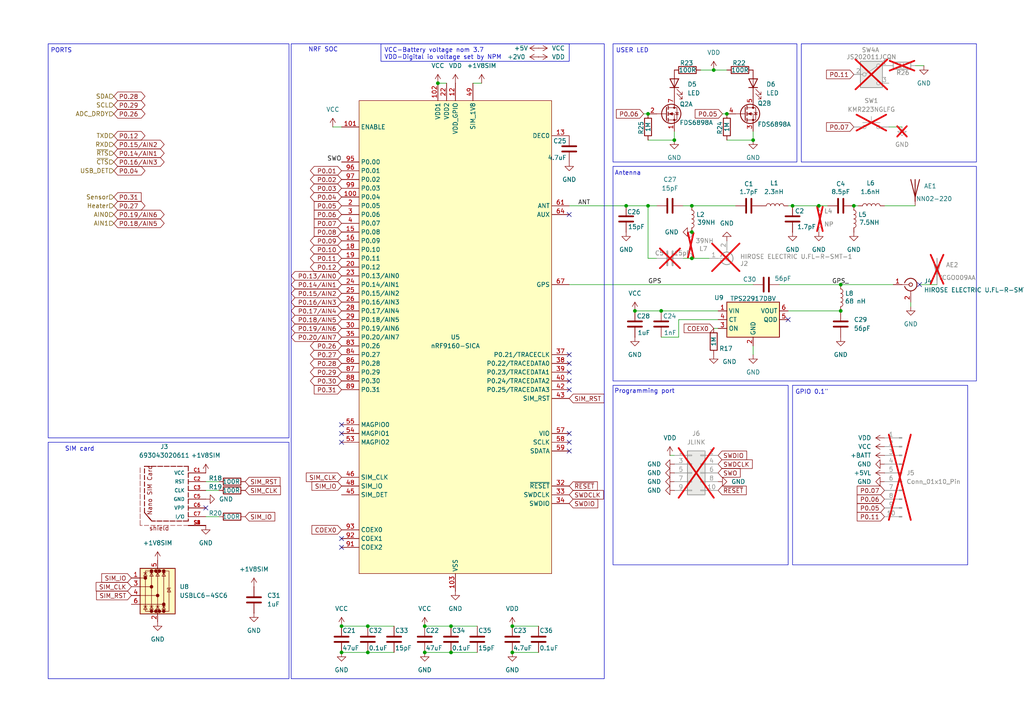
<source format=kicad_sch>
(kicad_sch (version 20231120) (generator "eeschema") (generator_version "8.0")
  (paper "A4")
  (junction (at 247.65 59.69))
  (junction (at 123.19 189.23))
  (junction (at 237.49 59.69))
  (junction (at 99.06 181.61))
  (junction (at 99.06 189.23))
  (junction (at 187.96 33.02))
  (junction (at 200.66 74.93))
  (junction (at 243.84 82.55))
  (junction (at 130.81 189.23))
  (junction (at 106.68 189.23))
  (junction (at 184.15 90.17))
  (junction (at 218.44 40.64))
  (junction (at 123.19 181.61))
  (junction (at 195.58 40.64))
  (junction (at 200.66 59.69))
  (junction (at 148.59 189.23))
  (junction (at 127 24.13))
  (junction (at 243.84 90.17))
  (junction (at 130.81 181.61))
  (junction (at 187.96 59.69))
  (junction (at 200.66 67.31))
  (junction (at 106.68 181.61))
  (junction (at 229.87 59.69))
  (junction (at 210.82 33.02))
  (junction (at 207.01 20.32))
  (junction (at 181.61 59.69))
  (junction (at 191.77 90.17))
  (junction (at 148.59 181.61))
  (no_connect (at 165.1 125.73))
  (no_connect (at 99.06 158.75))
  (no_connect (at 165.1 102.87))
  (no_connect (at 99.06 125.73))
  (no_connect (at 165.1 128.27))
  (no_connect (at 165.1 110.49))
  (no_connect (at 99.06 123.19))
  (no_connect (at 228.6 92.71))
  (no_connect (at 99.06 156.21))
  (no_connect (at 99.06 128.27))
  (no_connect (at 165.1 62.23))
  (no_connect (at 59.69 147.32))
  (no_connect (at 165.1 130.81))
  (no_connect (at 165.1 113.03))
  (no_connect (at 266.7 82.55))
  (no_connect (at 165.1 107.95))
  (no_connect (at 165.1 105.41))
  (wire (pts (xy 106.68 181.61) (xy 114.3 181.61)))
  (wire (pts (xy 187.96 40.64) (xy 195.58 40.64)))
  (wire (pts (xy 130.81 189.23) (xy 138.43 189.23)))
  (wire (pts (xy 186.69 33.02) (xy 187.96 33.02)))
  (wire (pts (xy 148.59 189.23) (xy 156.21 189.23)))
  (wire (pts (xy 218.44 100.33) (xy 218.44 102.87)))
  (wire (pts (xy 266.7 82.55) (xy 271.78 82.55)))
  (wire (pts (xy 194.31 132.08) (xy 195.58 132.08)))
  (wire (pts (xy 267.97 19.05) (xy 265.43 19.05)))
  (wire (pts (xy 63.5 139.7) (xy 59.69 139.7)))
  (wire (pts (xy 200.66 59.69) (xy 213.36 59.69)))
  (wire (pts (xy 265.43 59.69) (xy 256.54 59.69)))
  (wire (pts (xy 229.87 59.69) (xy 237.49 59.69)))
  (wire (pts (xy 264.16 87.63) (xy 264.16 88.9)))
  (wire (pts (xy 130.81 181.61) (xy 138.43 181.61)))
  (wire (pts (xy 261.62 36.83) (xy 257.81 36.83)))
  (wire (pts (xy 148.59 181.61) (xy 156.21 181.61)))
  (wire (pts (xy 228.6 90.17) (xy 243.84 90.17)))
  (wire (pts (xy 63.5 142.24) (xy 59.69 142.24)))
  (wire (pts (xy 198.12 74.93) (xy 200.66 74.93)))
  (wire (pts (xy 123.19 181.61) (xy 130.81 181.61)))
  (wire (pts (xy 106.68 189.23) (xy 114.3 189.23)))
  (wire (pts (xy 210.82 40.64) (xy 218.44 40.64)))
  (wire (pts (xy 200.66 59.69) (xy 198.12 59.69)))
  (wire (pts (xy 196.85 97.79) (xy 196.85 92.71)))
  (wire (pts (xy 243.84 82.55) (xy 259.08 82.55)))
  (wire (pts (xy 218.44 40.64) (xy 218.44 38.1)))
  (wire (pts (xy 195.58 40.64) (xy 195.58 38.1)))
  (wire (pts (xy 248.92 59.69) (xy 247.65 59.69)))
  (wire (pts (xy 139.7 24.13) (xy 137.16 24.13)))
  (wire (pts (xy 226.06 82.55) (xy 243.84 82.55)))
  (wire (pts (xy 165.1 82.55) (xy 218.44 82.55)))
  (wire (pts (xy 181.61 59.69) (xy 187.96 59.69)))
  (wire (pts (xy 184.15 90.17) (xy 191.77 90.17)))
  (wire (pts (xy 99.06 181.61) (xy 106.68 181.61)))
  (wire (pts (xy 196.85 92.71) (xy 208.28 92.71)))
  (wire (pts (xy 191.77 90.17) (xy 208.28 90.17)))
  (wire (pts (xy 165.1 59.69) (xy 181.61 59.69)))
  (wire (pts (xy 96.52 36.83) (xy 99.06 36.83)))
  (wire (pts (xy 123.19 189.23) (xy 130.81 189.23)))
  (wire (pts (xy 187.96 74.93) (xy 187.96 59.69)))
  (wire (pts (xy 207.01 20.32) (xy 210.82 20.32)))
  (wire (pts (xy 203.2 20.32) (xy 207.01 20.32)))
  (wire (pts (xy 190.5 74.93) (xy 187.96 74.93)))
  (wire (pts (xy 191.77 97.79) (xy 196.85 97.79)))
  (wire (pts (xy 209.55 33.02) (xy 210.82 33.02)))
  (wire (pts (xy 237.49 59.69) (xy 240.03 59.69)))
  (wire (pts (xy 200.66 74.93) (xy 205.74 74.93)))
  (wire (pts (xy 187.96 59.69) (xy 190.5 59.69)))
  (wire (pts (xy 127 24.13) (xy 129.54 24.13)))
  (wire (pts (xy 63.5 149.86) (xy 59.69 149.86)))
  (wire (pts (xy 99.06 189.23) (xy 106.68 189.23)))
  (wire (pts (xy 207.01 95.25) (xy 208.28 95.25)))
  (wire (pts (xy 228.6 59.69) (xy 229.87 59.69)))
  (rectangle (start 13.97 128.27) (end 83.82 196.85))
  (rectangle (start 84.455 12.7) (end 175.26 196.85))
  (rectangle (start 177.8 111.76) (end 228.6 163.83))
  (rectangle (start 229.87 111.76) (end 280.67 163.83))
  (rectangle (start 232.41 12.7) (end 283.21 46.99))
  (rectangle (start 177.8 48.26) (end 283.21 110.49))
  (rectangle (start 13.97 12.7) (end 83.82 127))
  (rectangle (start 177.8 12.7) (end 231.14 46.99))
  (text_box "VCC-Battery voltage nom 3.7\nVDD-Digital io voltage set by NPM" (at 110.49 12.7 0) (size 54.61 5.08) (effects (font (size 1.27 1.27)) (justify left top)))
  (text "Programming port\n" (at 186.944 113.538 0) (effects (font (size 1.27 1.27))))
  (text "NRF SOC" (at 93.726 14.478 0) (effects (font (size 1.27 1.27))))
  (text "USER LED" (at 183.388 14.732 0) (effects (font (size 1.27 1.27))))
  (text "PORTS" (at 17.78 14.732 0) (effects (font (size 1.27 1.27))))
  (text "SIM card" (at 23.114 130.302 0) (effects (font (size 1.27 1.27))))
  (text "Antenna" (at 182.118 50.292 0) (effects (font (size 1.27 1.27))))
  (text "GPIO 0.1\"" (at 235.458 113.792 0) (effects (font (size 1.27 1.27))))
  (label "GPS_" (at 241.3 82.55 0))
  (label "ANT" (at 167.64 59.69 0))
  (label "GPS" (at 187.96 82.55 0))
  (label "SWO" (at 99.06 46.99 180))
  (global_label "P0.01" (shape bidirectional) (at 99.06 49.53 180) (property "Intersheetrefs" "${INTERSHEET_REFS}" (effects (hide yes))))
  (global_label "P0.11" (shape input) (at 256.54 149.86 180) (property "Intersheetrefs" "${INTERSHEET_REFS}" (effects (hide yes))))
  (global_label "P0.07" (shape input) (at 247.65 36.83 180) (property "Intersheetrefs" "${INTERSHEET_REFS}" (effects (hide yes))))
  (global_label "~{RESET}" (shape input) (at 208.28 142.24 0) (property "Intersheetrefs" "${INTERSHEET_REFS}" (effects (hide yes))))
  (global_label "P0.31" (shape input) (at 99.06 113.03 180) (property "Intersheetrefs" "${INTERSHEET_REFS}" (effects (hide yes))))
  (global_label "SIM_RST" (shape input) (at 71.12 139.7 0) (property "Intersheetrefs" "${INTERSHEET_REFS}" (effects (hide yes))))
  (global_label "P0.06" (shape input) (at 256.54 144.78 180) (property "Intersheetrefs" "${INTERSHEET_REFS}" (effects (hide yes))))
  (global_label "P0.06" (shape input) (at 99.06 62.23 180) (property "Intersheetrefs" "${INTERSHEET_REFS}" (effects (hide yes))))
  (global_label "SWDIO" (shape input) (at 165.1 146.05 0) (property "Intersheetrefs" "${INTERSHEET_REFS}" (effects (hide yes))))
  (global_label "P0.10" (shape bidirectional) (at 99.06 72.39 180) (property "Intersheetrefs" "${INTERSHEET_REFS}" (effects (hide yes))))
  (global_label "P0.17/AIN4" (shape bidirectional) (at 99.06 90.17 180) (property "Intersheetrefs" "${INTERSHEET_REFS}" (effects (hide yes))))
  (global_label "P0.11" (shape bidirectional) (at 99.06 74.93 180) (property "Intersheetrefs" "${INTERSHEET_REFS}" (effects (hide yes))))
  (global_label "P0.27" (shape bidirectional) (at 99.06 102.87 180) (property "Intersheetrefs" "${INTERSHEET_REFS}" (effects (hide yes))))
  (global_label "SIM_RST" (shape input) (at 38.1 172.72 180) (property "Intersheetrefs" "${INTERSHEET_REFS}" (effects (hide yes))))
  (global_label "SIM_CLK" (shape input) (at 38.1 170.18 180) (property "Intersheetrefs" "${INTERSHEET_REFS}" (effects (hide yes))))
  (global_label "P0.07" (shape input) (at 256.54 142.24 180) (property "Intersheetrefs" "${INTERSHEET_REFS}" (effects (hide yes))))
  (global_label "P0.18/AIN5" (shape bidirectional) (at 99.06 92.71 180) (property "Intersheetrefs" "${INTERSHEET_REFS}" (effects (hide yes))))
  (global_label "P0.02" (shape bidirectional) (at 99.06 52.07 180) (property "Intersheetrefs" "${INTERSHEET_REFS}" (effects (hide yes))))
  (global_label "P0.13/AIN0" (shape bidirectional) (at 99.06 80.01 180) (property "Intersheetrefs" "${INTERSHEET_REFS}" (effects (hide yes))))
  (global_label "P0.28" (shape bidirectional) (at 33.02 27.94 0) (property "Intersheetrefs" "${INTERSHEET_REFS}" (effects (hide yes))))
  (global_label "P0.15/AIN2" (shape bidirectional) (at 33.02 41.91 0) (property "Intersheetrefs" "${INTERSHEET_REFS}" (effects (hide yes))))
  (global_label "P0.08" (shape input) (at 99.06 67.31 180) (property "Intersheetrefs" "${INTERSHEET_REFS}" (effects (hide yes))))
  (global_label "SIM_IO" (shape input) (at 38.1 167.64 180) (property "Intersheetrefs" "${INTERSHEET_REFS}" (effects (hide yes))))
  (global_label "P0.04" (shape bidirectional) (at 99.06 57.15 180) (property "Intersheetrefs" "${INTERSHEET_REFS}" (effects (hide yes))))
  (global_label "COEX0" (shape input) (at 99.06 153.67 180) (property "Intersheetrefs" "${INTERSHEET_REFS}" (effects (hide yes))))
  (global_label "P0.05" (shape input) (at 209.55 33.02 180) (property "Intersheetrefs" "${INTERSHEET_REFS}" (effects (hide yes))))
  (global_label "P0.15/AIN2" (shape bidirectional) (at 99.06 85.09 180) (property "Intersheetrefs" "${INTERSHEET_REFS}" (effects (hide yes))))
  (global_label "P0.14/AIN1" (shape bidirectional) (at 99.06 82.55 180) (property "Intersheetrefs" "${INTERSHEET_REFS}" (effects (hide yes))))
  (global_label "SIM_CLK" (shape input) (at 99.06 138.43 180) (property "Intersheetrefs" "${INTERSHEET_REFS}" (effects (hide yes))))
  (global_label "P0.03" (shape bidirectional) (at 99.06 54.61 180) (property "Intersheetrefs" "${INTERSHEET_REFS}" (effects (hide yes))))
  (global_label "SIM_IO" (shape input) (at 71.12 149.86 0) (property "Intersheetrefs" "${INTERSHEET_REFS}" (effects (hide yes))))
  (global_label "COEX0" (shape input) (at 207.01 95.25 180) (property "Intersheetrefs" "${INTERSHEET_REFS}" (effects (hide yes))))
  (global_label "SIM_IO" (shape input) (at 99.06 140.97 180) (property "Intersheetrefs" "${INTERSHEET_REFS}" (effects (hide yes))))
  (global_label "P0.04" (shape bidirectional) (at 33.02 49.53 0) (property "Intersheetrefs" "${INTERSHEET_REFS}" (effects (hide yes))))
  (global_label "P0.18/AIN5" (shape bidirectional) (at 33.02 64.77 0) (property "Intersheetrefs" "${INTERSHEET_REFS}" (effects (hide yes))))
  (global_label "P0.12" (shape bidirectional) (at 99.06 77.47 180) (property "Intersheetrefs" "${INTERSHEET_REFS}" (effects (hide yes))))
  (global_label "P0.11" (shape input) (at 247.65 21.59 180) (property "Intersheetrefs" "${INTERSHEET_REFS}" (effects (hide yes))))
  (global_label "P0.27" (shape bidirectional) (at 33.02 59.69 0) (property "Intersheetrefs" "${INTERSHEET_REFS}" (effects (hide yes))))
  (global_label "P0.26" (shape bidirectional) (at 99.06 100.33 180) (property "Intersheetrefs" "${INTERSHEET_REFS}" (effects (hide yes))))
  (global_label "P0.29" (shape bidirectional) (at 99.06 107.95 180) (property "Intersheetrefs" "${INTERSHEET_REFS}" (effects (hide yes))))
  (global_label "P0.12" (shape bidirectional) (at 33.02 39.37 0) (property "Intersheetrefs" "${INTERSHEET_REFS}" (effects (hide yes))))
  (global_label "SWDCLK" (shape input) (at 208.28 134.62 0) (property "Intersheetrefs" "${INTERSHEET_REFS}" (effects (hide yes))))
  (global_label "P0.05" (shape input) (at 99.06 59.69 180) (property "Intersheetrefs" "${INTERSHEET_REFS}" (effects (hide yes))))
  (global_label "P0.14/AIN1" (shape bidirectional) (at 33.02 44.45 0) (property "Intersheetrefs" "${INTERSHEET_REFS}" (effects (hide yes))))
  (global_label "SWDCLK" (shape input) (at 165.1 143.51 0) (property "Intersheetrefs" "${INTERSHEET_REFS}" (effects (hide yes))))
  (global_label "P0.31" (shape input) (at 33.02 57.15 0) (property "Intersheetrefs" "${INTERSHEET_REFS}" (effects (hide yes))))
  (global_label "P0.05" (shape input) (at 256.54 147.32 180) (property "Intersheetrefs" "${INTERSHEET_REFS}" (effects (hide yes))))
  (global_label "P0.09" (shape bidirectional) (at 99.06 69.85 180) (property "Intersheetrefs" "${INTERSHEET_REFS}" (effects (hide yes))))
  (global_label "P0.16/AIN3" (shape bidirectional) (at 33.02 46.99 0) (property "Intersheetrefs" "${INTERSHEET_REFS}" (effects (hide yes))))
  (global_label "P0.29" (shape bidirectional) (at 33.02 30.48 0) (property "Intersheetrefs" "${INTERSHEET_REFS}" (effects (hide yes))))
  (global_label "SIM_CLK" (shape input) (at 71.12 142.24 0) (property "Intersheetrefs" "${INTERSHEET_REFS}" (effects (hide yes))))
  (global_label "P0.30" (shape bidirectional) (at 99.06 110.49 180) (property "Intersheetrefs" "${INTERSHEET_REFS}" (effects (hide yes))))
  (global_label "P0.06" (shape input) (at 186.69 33.02 180) (property "Intersheetrefs" "${INTERSHEET_REFS}" (effects (hide yes))))
  (global_label "~{RESET}" (shape input) (at 165.1 140.97 0) (property "Intersheetrefs" "${INTERSHEET_REFS}" (effects (hide yes))))
  (global_label "SIM_RST" (shape input) (at 165.1 115.57 0) (property "Intersheetrefs" "${INTERSHEET_REFS}" (effects (hide yes))))
  (global_label "P0.19/AIN6" (shape bidirectional) (at 99.06 95.25 180) (property "Intersheetrefs" "${INTERSHEET_REFS}" (effects (hide yes))))
  (global_label "P0.28" (shape bidirectional) (at 99.06 105.41 180) (property "Intersheetrefs" "${INTERSHEET_REFS}" (effects (hide yes))))
  (global_label "SWO" (shape input) (at 208.28 137.16 0) (property "Intersheetrefs" "${INTERSHEET_REFS}" (effects (hide yes))))
  (global_label "P0.19/AIN6" (shape bidirectional) (at 33.02 62.23 0) (property "Intersheetrefs" "${INTERSHEET_REFS}" (effects (hide yes))))
  (global_label "P0.07" (shape input) (at 99.06 64.77 180) (property "Intersheetrefs" "${INTERSHEET_REFS}" (effects (hide yes))))
  (global_label "P0.26" (shape bidirectional) (at 33.02 33.02 0) (property "Intersheetrefs" "${INTERSHEET_REFS}" (effects (hide yes))))
  (global_label "P0.20/AIN7" (shape bidirectional) (at 99.06 97.79 180) (property "Intersheetrefs" "${INTERSHEET_REFS}" (effects (hide yes))))
  (global_label "P0.16/AIN3" (shape bidirectional) (at 99.06 87.63 180) (property "Intersheetrefs" "${INTERSHEET_REFS}" (effects (hide yes))))
  (global_label "SWDIO" (shape input) (at 208.28 132.08 0) (property "Intersheetrefs" "${INTERSHEET_REFS}" (effects (hide yes))))
  (hierarchical_label "~{RTS}" (shape input) (at 33.02 44.45 180))
  (hierarchical_label "Heater" (shape input) (at 33.02 59.69 180))
  (hierarchical_label "SDA" (shape input) (at 33.02 27.94 180))
  (hierarchical_label "ADC_DRDY" (shape input) (at 33.02 33.02 180))
  (hierarchical_label "SCL" (shape input) (at 33.02 30.48 180))
  (hierarchical_label "~{CTS}" (shape input) (at 33.02 46.99 180))
  (hierarchical_label "AIN0" (shape input) (at 33.02 62.23 180))
  (hierarchical_label "USB_DET" (shape input) (at 33.02 49.53 180))
  (hierarchical_label "RXD" (shape input) (at 33.02 41.91 180))
  (hierarchical_label "Sensor" (shape input) (at 33.02 57.15 180))
  (hierarchical_label "AIN1" (shape input) (at 33.02 64.77 180))
  (hierarchical_label "TXD" (shape input) (at 33.02 39.37 180))
  (symbol (lib_id "power:VDD") (at 148.59 181.61 0) (unit 1)
    (property "Reference" "#PWR023" (effects (hide yes)))
    (property "Value" "VDD" (at 148.59 176.53 0))
    (property "Description" "Power symbol creates a global label with name \"VDD\"" (effects (hide yes)))
  )
  (symbol (lib_id "Device:C") (at 99.06 185.42 0) (unit 1)
    (property "Reference" "C21" (at 99.314 182.88 0) (effects (justify left)))
    (property "Value" "47uF" (at 99.314 187.96 0) (effects (justify left)))
    (property "Footprint" "Capacitor_SMD:C_0805_2012Metric" (effects (hide yes)))
    (property "Description" "Unpolarized capacitor" (effects (hide yes)))
  )
  (symbol (lib_id "Device:C") (at 165.1 43.18 0) (mirror y) (unit 1)
    (property "Reference" "C25" (at 164.338 40.894 0) (effects (justify left)))
    (property "Value" "4.7uF" (at 164.338 45.72 0) (effects (justify left)))
    (property "Footprint" "Capacitor_SMD:C_0603_1608Metric" (effects (hide yes)))
    (property "Description" "Unpolarized capacitor" (effects (hide yes)))
  )
  (symbol (lib_id "Transistor_FET:DMG9926USD") (at 215.9 33.02 0) (unit 2)
    (property "Reference" "Q2" (at 219.71 29.972 0) (effects (justify left)))
    (property "Value" "FDS6898A" (at 219.71 36.068 0) (effects (justify left)))
    (property "Footprint" "Package_SO:SOIC-8_3.9x4.9mm_P1.27mm" (effects (hide yes)))
    (property "Datasheet" "https://www.onsemi.com/pub/Collateral/FDS6892A-D.pdf" (effects (hide yes)))
    (property "Description" "9.4A Id, 20V Vds, Dual N-Channel MOSFET , 14mOhm Ron, SO-8" (effects (hide yes)))
    (property "MPN" "FDS6898A" (effects (hide yes)))
  )
  (symbol (lib_id "power:GND") (at 195.58 137.16 270) (unit 1)
    (property "Reference" "#PWR0100" (effects (hide yes)))
    (property "Value" "GND" (at 191.77 137.1599 90) (effects (justify right)))
    (property "Description" "Power symbol creates a global label with name \"GND\" , ground" (effects (hide yes)))
  )
  (symbol (lib_id "Device:C") (at 114.3 185.42 0) (unit 1)
    (property "Reference" "C33" (at 114.554 182.88 0) (effects (justify left)))
    (property "Value" "15pF" (at 114.554 187.96 0) (effects (justify left)))
    (property "Footprint" "Methanesense:C_0402_1005Metric_Sqr" (effects (hide yes)))
    (property "Description" "RF" (effects (hide yes)))
    (property "MPN" "VJ0402D150FXCAJ" (effects (hide yes)))
  )
  (symbol (lib_id "Device:L") (at 224.79 59.69 90) (unit 1)
    (property "Reference" "L1" (at 225.806 53.086 90) (effects (justify left)))
    (property "Value" "2.3nH" (at 227.33 55.626 90) (effects (justify left)))
    (property "Footprint" "Methanesense:L_0603_1608Metric" (effects (hide yes)))
    (property "Description" "LQW15AN2N3G80" (effects (hide yes)))
    (property "MPN" "LQW15AN2N3G80" (effects (hide yes)))
  )
  (symbol (lib_id "Power_Management:TPS22917DBV") (at 218.44 92.71 0) (unit 1)
    (property "Reference" "U9" (at 208.534 86.36 0))
    (property "Value" "TPS22917DBV" (at 218.44 86.614 0))
    (property "Footprint" "Package_TO_SOT_SMD:SOT-23-6" (effects (hide yes)))
    (property "Datasheet" "http://www.ti.com/lit/ds/symlink/tps22917.pdf" (effects (hide yes)))
    (property "Description" "1V to 5.5V, 2A, 80mΩ Ultra-Low Leakage Load Switch, SOT23-6" (effects (hide yes)))
    (property "MPN" "TPS22917DBVR" (effects (hide yes)))
  )
  (symbol (lib_id "power:+1V8") (at 139.7 24.13 0) (unit 1)
    (property "Reference" "#PWR054" (effects (hide yes)))
    (property "Value" "+1V8SIM" (at 139.7 19.05 0))
    (property "Description" "Power symbol creates a global label with name \"+1V8\"" (effects (hide yes)))
  )
  (symbol (lib_id "power:VCC") (at 184.15 90.17 0) (unit 1)
    (property "Reference" "#PWR049" (effects (hide yes)))
    (property "Value" "VCC" (at 184.15 85.09 0))
    (property "Description" "Power symbol creates a global label with name \"VCC\"" (effects (hide yes)))
  )
  (symbol (lib_id "Library:R") (at 67.31 149.86 90) (unit 1)
    (property "Reference" "R20" (at 62.484 148.844 90))
    (property "Value" "100R" (at 67.056 149.86 90))
    (property "Footprint" "Resistor_SMD:R_0603_1608Metric" (effects (hide yes)))
    (property "Description" "Resistor" (effects (hide yes)))
  )
  (symbol (lib_id "power:GND") (at 123.19 189.23 0) (unit 1)
    (property "Reference" "#PWR060" (effects (hide yes)))
    (property "Value" "GND" (at 123.19 194.31 0))
    (property "Description" "Power symbol creates a global label with name \"GND\" , ground" (effects (hide yes)))
  )
  (symbol (lib_id "Library:R") (at 187.96 36.83 180) (unit 1)
    (property "Reference" "R25" (at 185.928 37.084 90))
    (property "Value" "1M" (at 187.96 36.83 90))
    (property "Footprint" "Resistor_SMD:R_0603_1608Metric" (effects (hide yes)))
    (property "Description" "Resistor" (effects (hide yes)))
  )
  (symbol (lib_id "power:GND") (at 237.49 67.31 0) (unit 1)
    (property "Reference" "#PWR03" (effects (hide yes)))
    (property "Value" "GND" (at 237.49 72.39 0))
    (property "Description" "Power symbol creates a global label with name \"GND\" , ground" (effects (hide yes)))
  )
  (symbol (lib_id "Device:C") (at 222.25 82.55 90) (unit 1)
    (property "Reference" "C30" (at 217.424 81.026 90))
    (property "Value" "56pF" (at 227.076 80.772 90))
    (property "Footprint" "Methanesense:C_0402_1005Metric_Sqr" (effects (hide yes)))
    (property "Description" "RF" (effects (hide yes)))
    (property "MPN" "CBR04C560F1GAC" (effects (hide yes)))
  )
  (symbol (lib_id "Library:R") (at 261.62 19.05 270) (unit 1) (dnp yes)
    (property "Reference" "R26" (at 261.874 21.082 90))
    (property "Value" "1k" (at 261.62 19.05 90))
    (property "Footprint" "Resistor_SMD:R_0603_1608Metric" (effects (hide yes)))
    (property "Description" "Resistor" (effects (hide yes)))
  )
  (symbol (lib_id "power:+1V8") (at 59.69 137.16 0) (unit 1)
    (property "Reference" "#PWR044" (effects (hide yes)))
    (property "Value" "+1V8SIM" (at 59.69 132.08 0))
    (property "Description" "Power symbol creates a global label with name \"+1V8\"" (effects (hide yes)))
  )
  (symbol (lib_id "PCM_nordic-lib-kicad-nrf9:nRF9160-SIXX") (at 132.08 97.79 0) (unit 1)
    (property "Reference" "U5" (at 132.08 97.79 0))
    (property "Value" "nRF9160-SICA" (at 132.08 100.33 0))
    (property "Footprint" "Methanesense:LGA_9160_16.0x10.5mm" (effects (hide yes)))
    (property "Datasheet" "https://docs.nordicsemi.com/bundle/ps_nrf9160/page/nRF9160_html5_keyfeatures.html" (effects (hide yes)))
    (property "MPN" "nRF9160-SICA-B1A-R7" (effects (hide yes)))
  )
  (symbol (lib_id "Connector_Generic:Conn_02x05_Odd_Even") (at 200.66 137.16 0) (unit 1) (dnp yes)
    (property "Reference" "J6" (at 201.93 125.73 0))
    (property "Value" "JLINK" (at 201.93 128.27 0))
    (property "Footprint" "esprelay:SEXY_pinpogo" (effects (hide yes)))
    (property "Description" "Generic connector, double row, 02x05, odd/even pin numbering scheme (row 1 odd numbers, row 2 even numbers), script generated (kicad-library-utils/schlib/autogen/connector/)" (effects (hide yes)))
  )
  (symbol (lib_id "power:GND") (at 264.16 88.9 0) (unit 1)
    (property "Reference" "#PWR068" (effects (hide yes)))
    (property "Value" "GND" (at 264.16 93.98 0))
    (property "Description" "Power symbol creates a global label with name \"GND\" , ground" (effects (hide yes)))
  )
  (symbol (lib_id "Device:L") (at 200.66 71.12 180) (unit 1) (dnp yes)
    (property "Reference" "L7" (at 205.232 72.136 0) (effects (justify left)))
    (property "Value" "39NH" (at 207.01 69.85 0) (effects (justify left)))
    (property "Footprint" "Methanesense:C_0402_1005Metric_Sqr" (effects (hide yes)))
    (property "Description" " 250mA 0.7OHM SMD RF" (effects (hide yes)))
    (property "MPN" "LQW15AN39NJ8ZD" (effects (hide yes)))
  )
  (symbol (lib_id "Device:LED") (at 195.58 24.13 90) (unit 1)
    (property "Reference" "D5" (at 199.39 24.4474 90) (effects (justify right)))
    (property "Value" "LED" (at 199.39 26.9874 90) (effects (justify right)))
    (property "Footprint" "LED_SMD:LED_0603_1608Metric" (effects (hide yes)))
    (property "Description" "Light emitting diode" (effects (hide yes)))
    (property "MPN" "LG L29K-G2J1-24-Z" (effects (hide yes)))
  )
  (symbol (lib_id "power:GND") (at 256.54 139.7 270) (unit 1)
    (property "Reference" "#PWR093" (effects (hide yes)))
    (property "Value" "GND" (at 252.73 139.6999 90) (effects (justify right)))
    (property "Description" "Power symbol creates a global label with name \"GND\" , ground" (effects (hide yes)))
  )
  (symbol (lib_id "Power_Protection:USBLC6-4SC6") (at 45.72 170.18 0) (unit 1)
    (property "Reference" "U8" (at 52.07 170.1799 0) (effects (justify left)))
    (property "Value" "USBLC6-4SC6" (at 52.07 172.7199 0) (effects (justify left)))
    (property "Footprint" "Package_TO_SOT_SMD:SOT-23-6" (effects (hide yes)))
    (property "Datasheet" "https://www.st.com/resource/en/datasheet/usblc6-4.pdf" (effects (hide yes)))
    (property "Description" "Very low capacitance ESD protection diode, 4 data-line, SOT-23-6" (effects (hide yes)))
    (property "MPN" "USBLC6-4SC6" (effects (hide yes)))
  )
  (symbol (lib_id "Transistor_FET:DMG9926USD") (at 193.04 33.02 0) (unit 1)
    (property "Reference" "Q2" (at 197.104 30.226 0) (effects (justify left)))
    (property "Value" "FDS6898A" (at 197.104 35.56 0) (effects (justify left)))
    (property "Footprint" "Package_SO:SOIC-8_3.9x4.9mm_P1.27mm" (effects (hide yes)))
    (property "Datasheet" "https://www.onsemi.com/pub/Collateral/FDS6892A-D.pdf" (effects (hide yes)))
    (property "Description" "9.4A Id, 20V Vds, Dual N-Channel MOSFET , 14mOhm Ron, SO-8" (effects (hide yes)))
    (property "MPN" "FDS6898A" (effects (hide yes)))
  )
  (symbol (lib_id "power:GND") (at 99.06 189.23 0) (unit 1)
    (property "Reference" "#PWR058" (effects (hide yes)))
    (property "Value" "GND" (at 99.06 194.31 0))
    (property "Description" "Power symbol creates a global label with name \"GND\" , ground" (effects (hide yes)))
  )
  (symbol (lib_id "power:VCC") (at 156.21 13.97 270) (unit 1)
    (property "Reference" "#PWR050" (effects (hide yes)))
    (property "Value" "VCC" (at 160.02 13.9699 90) (effects (justify left)))
    (property "Description" "Power symbol creates a global label with name \"VCC\"" (effects (hide yes)))
  )
  (symbol (lib_id "Connector:Conn_Coaxial") (at 264.16 82.55 0) (unit 1)
    (property "Reference" "J4" (at 267.97 81.5731 0) (effects (justify left)))
    (property "Value" "HIROSE ELECTRIC U.FL-R-SMT-1" (at 267.97 84.1131 0) (effects (justify left)))
    (property "Footprint" "Methanesense:U.FL_Hirose_U.FL-R-SMT-1_Vertical" (effects (hide yes)))
    (property "Description" "coaxial connector (BNC, SMA, SMB, SMC, Cinch/RCA, LEMO, ...)" (effects (hide yes)))
    (property "MPN" "U.FL-R-SMT-1" (effects (hide yes)))
  )
  (symbol (lib_id "power:GND") (at 218.44 40.64 0) (unit 1)
    (property "Reference" "#PWR065" (effects (hide yes)))
    (property "Value" "GND" (at 218.44 45.72 0))
    (property "Description" "Power symbol creates a global label with name \"GND\" , ground" (effects (hide yes)))
  )
  (symbol (lib_id "Library:R") (at 199.39 20.32 90) (unit 1)
    (property "Reference" "R23" (at 199.136 18.288 90))
    (property "Value" "100R" (at 199.39 20.32 90))
    (property "Footprint" "Resistor_SMD:R_0603_1608Metric" (effects (hide yes)))
    (property "Description" "Resistor" (effects (hide yes)))
  )
  (symbol (lib_id "power:+1V8") (at 45.72 162.56 0) (unit 1)
    (property "Reference" "#PWR077" (effects (hide yes)))
    (property "Value" "+1V8SIM" (at 45.72 157.48 0))
    (property "Description" "Power symbol creates a global label with name \"+1V8\"" (effects (hide yes)))
  )
  (symbol (lib_id "Device:C") (at 148.59 185.42 0) (unit 1)
    (property "Reference" "C23" (at 148.844 182.88 0) (effects (justify left)))
    (property "Value" "4.7uF" (at 148.844 187.96 0) (effects (justify left)))
    (property "Footprint" "Capacitor_SMD:C_0603_1608Metric" (effects (hide yes)))
    (property "Description" "Unpolarized capacitor" (effects (hide yes)))
  )
  (symbol (lib_id "Device:C") (at 229.87 63.5 0) (unit 1)
    (property "Reference" "C2" (at 231.902 61.214 0))
    (property "Value" "1.7pF" (at 233.934 65.786 0))
    (property "Footprint" "Methanesense:C_0603_1608Metric" (effects (hide yes)))
    (property "Description" "RF" (effects (hide yes)))
    (property "MPN" "GJM1555C1H1R7WB01" (effects (hide yes)))
  )
  (symbol (lib_id "Device:C") (at 184.15 93.98 0) (unit 1)
    (property "Reference" "C28" (at 184.658 91.694 0) (effects (justify left)))
    (property "Value" "1uF" (at 184.912 96.52 0) (effects (justify left)))
    (property "Footprint" "Capacitor_SMD:C_0603_1608Metric" (effects (hide yes)))
    (property "Description" "Unpolarized capacitor" (effects (hide yes)))
  )
  (symbol (lib_id "Device:L") (at 237.49 63.5 0) (unit 1) (dnp yes)
    (property "Reference" "L4" (at 239.014 61.214 0) (effects (justify left)))
    (property "Value" "NP" (at 239.014 65.024 0) (effects (justify left)))
    (property "Footprint" "Methanesense:L_0603_1608Metric" (effects (hide yes)))
    (property "Description" "NP" (effects (hide yes)))
  )
  (symbol (lib_id "Device:LED") (at 218.44 24.13 90) (unit 1)
    (property "Reference" "D6" (at 222.25 24.4474 90) (effects (justify right)))
    (property "Value" "LED" (at 222.25 26.9874 90) (effects (justify right)))
    (property "Footprint" "LED_SMD:LED_0603_1608Metric" (effects (hide yes)))
    (property "Description" "Light emitting diode" (effects (hide yes)))
    (property "MPN" "LG L29K-G2J1-24-Z" (effects (hide yes)))
  )
  (symbol (lib_id "power:VCC") (at 96.52 36.83 0) (unit 1)
    (property "Reference" "#PWR076" (effects (hide yes)))
    (property "Value" "VCC" (at 96.52 31.75 0))
    (property "Description" "Power symbol creates a global label with name \"VCC\"" (effects (hide yes)))
  )
  (symbol (lib_id "power:GND") (at 207.01 102.87 0) (unit 1)
    (property "Reference" "#PWR073" (effects (hide yes)))
    (property "Value" "GND" (at 211.582 104.902 0))
    (property "Description" "Power symbol creates a global label with name \"GND\" , ground" (effects (hide yes)))
  )
  (symbol (lib_id "Device:Antenna") (at 265.43 54.61 0) (unit 1)
    (property "Reference" "AE1" (at 267.97 53.9749 0) (effects (justify left)))
    (property "Value" "NN02-220" (at 265.684 57.658 0) (effects (justify left)))
    (property "Footprint" "Methanesense:XCVR_NN02-220" (effects (hide yes)))
    (property "Description" "LTE-M Antenna ignion NN02-220" (effects (hide yes)))
    (property "MPN" "NN02-220" (effects (hide yes)))
  )
  (symbol (lib_id "power:GND") (at 210.82 69.85 180) (unit 1)
    (property "Reference" "#PWR06" (effects (hide yes)))
    (property "Value" "GND" (at 210.82 64.77 0))
    (property "Description" "Power symbol creates a global label with name \"GND\" , ground" (effects (hide yes)))
  )
  (symbol (lib_id "power:+1V8") (at 73.66 170.18 0) (unit 1)
    (property "Reference" "#PWR079" (effects (hide yes)))
    (property "Value" "+1V8SIM" (at 73.66 165.1 0))
    (property "Description" "Power symbol creates a global label with name \"+1V8\"" (effects (hide yes)))
  )
  (symbol (lib_id "power:GND") (at 195.58 134.62 270) (unit 1)
    (property "Reference" "#PWR099" (effects (hide yes)))
    (property "Value" "GND" (at 191.77 134.6199 90) (effects (justify right)))
    (property "Description" "Power symbol creates a global label with name \"GND\" , ground" (effects (hide yes)))
  )
  (symbol (lib_id "Device:C") (at 191.77 93.98 0) (unit 1)
    (property "Reference" "C24" (at 192.278 91.694 0) (effects (justify left)))
    (property "Value" "1nF" (at 192.532 96.52 0) (effects (justify left)))
    (property "Footprint" "Capacitor_SMD:C_0603_1608Metric" (effects (hide yes)))
    (property "Description" "Unpolarized capacitor" (effects (hide yes)))
  )
  (symbol (lib_id "power:GND") (at 73.66 177.8 0) (unit 1)
    (property "Reference" "#PWR082" (effects (hide yes)))
    (property "Value" "GND" (at 73.66 182.88 0))
    (property "Description" "Power symbol creates a global label with name \"GND\" , ground" (effects (hide yes)))
  )
  (symbol (lib_id "power:GND") (at 59.69 144.78 90) (unit 1)
    (property "Reference" "#PWR078" (effects (hide yes)))
    (property "Value" "GND" (at 63.5 144.7799 90) (effects (justify right)))
    (property "Description" "Power symbol creates a global label with name \"GND\" , ground" (effects (hide yes)))
  )
  (symbol (lib_id "Switch:SW_DPDT_x2") (at 252.73 21.59 0) (unit 1) (dnp yes)
    (property "Reference" "SW4" (at 252.476 14.478 0))
    (property "Value" "JS202011JCQN" (at 252.73 16.51 0))
    (property "Footprint" "Button_Switch_SMD:SW_DPDT_CK_JS202011JCQN" (effects (hide yes)))
    (property "Description" "Switch, dual pole double throw, separate symbols" (effects (hide yes)))
    (property "MPN" "JS202011JCQN" (effects (hide yes)))
  )
  (symbol (lib_id "power:+5V") (at 156.21 13.97 90) (unit 1)
    (property "Reference" "#PWR052" (effects (hide yes)))
    (property "Value" "+5V" (at 151.13 13.97 90))
    (property "Description" "Power symbol creates a global label with name \"+5V\"" (effects (hide yes)))
  )
  (symbol (lib_id "power:GND") (at 208.28 139.7 90) (unit 1)
    (property "Reference" "#PWR0105" (effects (hide yes)))
    (property "Value" "GND" (at 212.09 139.6999 90) (effects (justify right)))
    (property "Description" "Power symbol creates a global label with name \"GND\" , ground" (effects (hide yes)))
  )
  (symbol (lib_id "Device:C") (at 243.84 93.98 0) (unit 1)
    (property "Reference" "C29" (at 247.65 92.7099 0) (effects (justify left)))
    (property "Value" "56pF" (at 247.65 95.2499 0) (effects (justify left)))
    (property "Footprint" "Methanesense:C_0402_1005Metric_Sqr" (effects (hide yes)))
    (property "Description" "RF" (effects (hide yes)))
    (property "MPN" "CBR04C560F1GAC" (effects (hide yes)))
  )
  (symbol (lib_id "power:GND") (at 195.58 139.7 270) (unit 1)
    (property "Reference" "#PWR0104" (effects (hide yes)))
    (property "Value" "GND" (at 191.77 139.6999 90) (effects (justify right)))
    (property "Description" "Power symbol creates a global label with name \"GND\" , ground" (effects (hide yes)))
  )
  (symbol (lib_id "Device:L") (at 243.84 86.36 0) (unit 1)
    (property "Reference" "L8" (at 245.11 85.0899 0) (effects (justify left)))
    (property "Value" " 68 nH " (at 244.094 87.376 0) (effects (justify left)))
    (property "Footprint" "Methanesense:C_0402_1005Metric_Sqr" (effects (hide yes)))
    (property "Description" "RF" (effects (hide yes)))
    (property "MPN" "LQW15AN68NG0ZD" (effects (hide yes)))
  )
  (symbol (lib_id "Device:L") (at 252.73 59.69 90) (unit 1)
    (property "Reference" "L6" (at 253.746 53.086 90) (effects (justify left)))
    (property "Value" "1.6nH" (at 255.27 55.626 90) (effects (justify left)))
    (property "Footprint" "Methanesense:L_0603_1608Metric" (effects (hide yes)))
    (property "Description" "RF" (effects (hide yes)))
    (property "MPN" "LQW15AN1N6C80" (effects (hide yes)))
  )
  (symbol (lib_id "Library:R") (at 210.82 36.83 180) (unit 1)
    (property "Reference" "R24" (at 208.788 37.084 90))
    (property "Value" "1M" (at 210.82 36.83 90))
    (property "Footprint" "Resistor_SMD:R_0603_1608Metric" (effects (hide yes)))
    (property "Description" "Resistor" (effects (hide yes)))
  )
  (symbol (lib_id "power:VCC") (at 99.06 181.61 0) (unit 1)
    (property "Reference" "#PWR057" (effects (hide yes)))
    (property "Value" "VCC" (at 99.06 176.53 0))
    (property "Description" "Power symbol creates a global label with name \"VCC\"" (effects (hide yes)))
  )
  (symbol (lib_id "power:GND") (at 256.54 134.62 270) (unit 1)
    (property "Reference" "#PWR081" (effects (hide yes)))
    (property "Value" "GND" (at 252.73 134.6199 90) (effects (justify right)))
    (property "Description" "Power symbol creates a global label with name \"GND\" , ground" (effects (hide yes)))
  )
  (symbol (lib_id "power:VDD") (at 156.21 16.51 270) (unit 1)
    (property "Reference" "#PWR051" (effects (hide yes)))
    (property "Value" "VDD" (at 160.02 16.5099 90) (effects (justify left)))
    (property "Description" "Power symbol creates a global label with name \"VDD\"" (effects (hide yes)))
  )
  (symbol (lib_id "power:GND") (at 229.87 67.31 0) (unit 1)
    (property "Reference" "#PWR02" (effects (hide yes)))
    (property "Value" "GND" (at 229.87 72.39 0))
    (property "Description" "Power symbol creates a global label with name \"GND\" , ground" (effects (hide yes)))
  )
  (symbol (lib_id "power:GND") (at 243.84 97.79 0) (unit 1)
    (property "Reference" "#PWR074" (effects (hide yes)))
    (property "Value" "GND" (at 243.84 102.87 0))
    (property "Description" "Power symbol creates a global label with name \"GND\" , ground" (effects (hide yes)))
  )
  (symbol (lib_id "power:GND") (at 247.65 67.31 0) (unit 1)
    (property "Reference" "#PWR04" (effects (hide yes)))
    (property "Value" "GND" (at 247.65 72.39 0))
    (property "Description" "Power symbol creates a global label with name \"GND\" , ground" (effects (hide yes)))
  )
  (symbol (lib_id "power:GND") (at 195.58 40.64 0) (unit 1)
    (property "Reference" "#PWR064" (effects (hide yes)))
    (property "Value" "GND" (at 195.58 45.72 0))
    (property "Description" "Power symbol creates a global label with name \"GND\" , ground" (effects (hide yes)))
  )
  (symbol (lib_id "Device:Antenna") (at 271.78 77.47 0) (unit 1) (on_board no) (dnp yes)
    (property "Reference" "AE2" (at 274.32 76.8349 0) (effects (justify left)))
    (property "Value" "YCGO009AA" (at 272.034 80.518 0) (effects (justify left)))
    (property "Description" "GPS-Antenna" (effects (hide yes)))
  )
  (symbol (lib_id "power:VDD") (at 194.31 132.08 0) (unit 1)
    (property "Reference" "#PWR083" (effects (hide yes)))
    (property "Value" "VDD" (at 194.31 127 0))
    (property "Description" "Power symbol creates a global label with name \"VDD\"" (effects (hide yes)))
  )
  (symbol (lib_id "power:GND") (at 132.08 171.45 0) (unit 1)
    (property "Reference" "#PWR061" (effects (hide yes)))
    (property "Value" "GND" (at 132.08 176.53 0))
    (property "Description" "Power symbol creates a global label with name \"GND\" , ground" (effects (hide yes)))
  )
  (symbol (lib_id "Library:R") (at 67.31 139.7 90) (unit 1)
    (property "Reference" "R18" (at 62.484 138.684 90))
    (property "Value" "100R" (at 67.056 139.7 90))
    (property "Footprint" "Resistor_SMD:R_0603_1608Metric" (effects (hide yes)))
    (property "Description" "Resistor" (effects (hide yes)))
  )
  (symbol (lib_id "power:VCC") (at 127 24.13 0) (unit 1)
    (property "Reference" "#PWR056" (effects (hide yes)))
    (property "Value" "VCC" (at 127 19.05 0))
    (property "Description" "Power symbol creates a global label with name \"VCC\"" (effects (hide yes)))
  )
  (symbol (lib_id "Connector:Conn_01x10_Pin") (at 261.62 137.16 0) (mirror y) (unit 1) (dnp yes)
    (property "Reference" "J5" (at 262.89 137.1599 0) (effects (justify right)))
    (property "Value" "Conn_01x10_Pin" (at 262.89 139.6999 0) (effects (justify right)))
    (property "Footprint" "Connector_PinHeader_2.54mm:PinHeader_1x10_P2.54mm_Vertical" (effects (hide yes)))
    (property "Description" "Generic connector, single row, 01x10, script generated" (effects (hide yes)))
  )
  (symbol (lib_id "power:+BATT") (at 256.54 132.08 90) (unit 1)
    (property "Reference" "#PWR092" (effects (hide yes)))
    (property "Value" "+BATT" (at 252.73 132.0799 90) (effects (justify left)))
    (property "Description" "Power symbol creates a global label with name \"+BATT\"" (effects (hide yes)))
  )
  (symbol (lib_id "Device:C") (at 194.31 59.69 90) (unit 1)
    (property "Reference" "C27" (at 194.31 52.07 90))
    (property "Value" "15pF" (at 194.31 54.61 90))
    (property "Footprint" "Methanesense:C_0402_1005Metric_Sqr" (effects (hide yes)))
    (property "Description" "RF" (effects (hide yes)))
    (property "MPN" "VJ0402D150FXCAJ" (effects (hide yes)))
  )
  (symbol (lib_id "power:GND") (at 218.44 102.87 0) (unit 1)
    (property "Reference" "#PWR075" (effects (hide yes)))
    (property "Value" "GND" (at 218.44 107.95 0))
    (property "Description" "Power symbol creates a global label with name \"GND\" , ground" (effects (hide yes)))
  )
  (symbol (lib_id "power:GND") (at 267.97 19.05 0) (unit 1)
    (property "Reference" "#PWR088" (effects (hide yes)))
    (property "Value" "GND" (at 267.97 24.13 0))
    (property "Description" "Power symbol creates a global label with name \"GND\" , ground" (effects (hide yes)))
  )
  (symbol (lib_id "power:GND") (at 181.61 67.31 0) (unit 1)
    (property "Reference" "#PWR069" (effects (hide yes)))
    (property "Value" "GND" (at 181.61 72.39 0))
    (property "Description" "Power symbol creates a global label with name \"GND\" , ground" (effects (hide yes)))
  )
  (symbol (lib_id "Device:C") (at 181.61 63.5 0) (unit 1)
    (property "Reference" "C26" (at 181.864 61.468 0) (effects (justify left)))
    (property "Value" "15pF" (at 182.118 65.786 0) (effects (justify left)))
    (property "Footprint" "Methanesense:C_0402_1005Metric_Sqr" (effects (hide yes)))
    (property "Description" "RF" (effects (hide yes)))
    (property "MPN" "VJ0402D150FXCAJ" (effects (hide yes)))
  )
  (symbol (lib_id "Switch:SW_Push") (at 252.73 36.83 0) (unit 1) (dnp yes)
    (property "Reference" "SW1" (at 252.73 29.21 0))
    (property "Value" "KMR223NGLFG" (at 252.73 31.75 0))
    (property "Footprint" "Methanesense:SW_Push_1P1T_NO_CK_KMR2" (effects (hide yes)))
    (property "Description" "Push button switch, generic, two pins" (effects (hide yes)))
    (property "MPN" "KMR223NGLFG" (effects (hide yes)))
  )
  (symbol (lib_id "power:GND") (at 261.62 36.83 0) (unit 1) (dnp yes)
    (property "Reference" "#PWR087" (effects (hide yes)))
    (property "Value" "GND" (at 261.62 41.91 0))
    (property "Description" "Power symbol creates a global label with name \"GND\" , ground" (effects (hide yes)))
  )
  (symbol (lib_id "Device:C") (at 130.81 185.42 0) (unit 1)
    (property "Reference" "C34" (at 131.064 182.88 0) (effects (justify left)))
    (property "Value" "0.1uF" (at 131.064 187.96 0) (effects (justify left)))
    (property "Footprint" "Capacitor_SMD:C_0603_1608Metric" (effects (hide yes)))
    (property "Description" "Unpolarized capacitor" (effects (hide yes)))
  )
  (symbol (lib_id "693043020611:693043020611") (at 46.99 142.24 0) (mirror y) (unit 1)
    (property "Reference" "J3" (at 47.6567 129.54 0))
    (property "Value" "693043020611" (at 47.6567 132.08 0))
    (property "Footprint" "Methanesense:693043020611" (effects (hide yes)))
    (property "MF" "Wurth Electronics" (effects (hide yes)))
    (property "Description_1" "CardConnector_SMT_NanoSIM_Push & Pull_6pins" (effects (hide yes)))
    (property "MOUNT" "SMT" (effects (hide yes)))
    (property "IR" "1A" (effects (hide yes)))
    (property "Check_prices" "https://www.snapeda.com/parts/693043020611/Wurth+Electronics/view-part/?ref=eda" (effects (hide yes)))
    (property "VALUE" "693043020611" (effects (hide yes)))
    (property "Price" "None" (effects (hide yes)))
    (property "PART-NUMBER" "693043020611" (effects (hide yes)))
    (property "SnapEDA_Link" "https://www.snapeda.com/parts/693043020611/Wurth+Electronics/view-part/?ref=snap" (effects (hide yes)))
    (property "DATASHEET-URL" "https://www.we-online.com/redexpert/spec/693043020611?ae" (effects (hide yes)))
    (property "MP" "693043020611" (effects (hide yes)))
    (property "WORKING-VOLTAGE" "15V(AC)" (effects (hide yes)))
    (property "PINS" "6" (effects (hide yes)))
    (property "TYPE" "Push & Push" (effects (hide yes)))
    (property "GERDER" "Socket" (effects (hide yes)))
    (property "Availability" "In Stock" (effects (hide yes)))
    (property "MPN" "693043020611" (effects (hide yes)))
  )
  (symbol (lib_id "Library:R") (at 67.31 142.24 90) (unit 1)
    (property "Reference" "R19" (at 62.484 141.224 90))
    (property "Value" "100R" (at 67.056 142.24 90))
    (property "Footprint" "Resistor_SMD:R_0603_1608Metric" (effects (hide yes)))
    (property "Description" "Resistor" (effects (hide yes)))
  )
  (symbol (lib_id "power:GND") (at 59.69 152.4 0) (unit 1)
    (property "Reference" "#PWR07" (effects (hide yes)))
    (property "Value" "GND" (at 59.69 157.48 0))
    (property "Description" "Power symbol creates a global label with name \"GND\" , ground" (effects (hide yes)))
  )
  (symbol (lib_id "power:GND") (at 45.72 180.34 0) (unit 1)
    (property "Reference" "#PWR080" (effects (hide yes)))
    (property "Value" "GND" (at 45.72 185.42 0))
    (property "Description" "Power symbol creates a global label with name \"GND\" , ground" (effects (hide yes)))
  )
  (symbol (lib_id "power:GND") (at 148.59 189.23 0) (unit 1)
    (property "Reference" "#PWR063" (effects (hide yes)))
    (property "Value" "GND" (at 148.59 194.31 0))
    (property "Description" "Power symbol creates a global label with name \"GND\" , ground" (effects (hide yes)))
  )
  (symbol (lib_id "power:+1V8") (at 156.21 16.51 90) (unit 1)
    (property "Reference" "#PWR071" (effects (hide yes)))
    (property "Value" "+2V0" (at 152.4 16.5099 90) (effects (justify left)))
    (property "Description" "Power symbol creates a global label with name \"+1V8\"" (effects (hide yes)))
  )
  (symbol (lib_id "Device:C") (at 123.19 185.42 0) (unit 1)
    (property "Reference" "C22" (at 123.444 182.88 0) (effects (justify left)))
    (property "Value" "47uF" (at 123.444 187.96 0) (effects (justify left)))
    (property "Footprint" "Capacitor_SMD:C_0805_2012Metric" (effects (hide yes)))
    (property "Description" "Unpolarized capacitor" (effects (hide yes)))
  )
  (symbol (lib_id "power:VCC") (at 123.19 181.61 0) (unit 1)
    (property "Reference" "#PWR059" (effects (hide yes)))
    (property "Value" "VCC" (at 123.19 176.53 0))
    (property "Description" "Power symbol creates a global label with name \"VCC\"" (effects (hide yes)))
  )
  (symbol (lib_id "Device:C") (at 106.68 185.42 0) (unit 1)
    (property "Reference" "C32" (at 106.934 182.88 0) (effects (justify left)))
    (property "Value" "0.1uF" (at 106.934 187.96 0) (effects (justify left)))
    (property "Footprint" "Capacitor_SMD:C_0603_1608Metric" (effects (hide yes)))
    (property "Description" "Unpolarized capacitor" (effects (hide yes)))
  )
  (symbol (lib_id "Device:L") (at 247.65 63.5 0) (unit 1)
    (property "Reference" "L5" (at 248.92 62.2299 0) (effects (justify left)))
    (property "Value" "7.5NH" (at 249.174 64.516 0) (effects (justify left)))
    (property "Footprint" "Methanesense:L_0603_1608Metric" (effects (hide yes)))
    (property "Description" "RF" (effects (hide yes)))
    (property "MPN" "LQW15AN7N5G80" (effects (hide yes)))
  )
  (symbol (lib_id "Device:C") (at 138.43 185.42 0) (unit 1)
    (property "Reference" "C35" (at 138.684 182.88 0) (effects (justify left)))
    (property "Value" "15pF" (at 138.684 187.96 0) (effects (justify left)))
    (property "Footprint" "Methanesense:C_0402_1005Metric_Sqr" (effects (hide yes)))
    (property "Description" "RF" (effects (hide yes)))
    (property "MPN" "VJ0402D150FXCAJ" (effects (hide yes)))
  )
  (symbol (lib_id "Library:R") (at 207.01 99.06 180) (unit 1)
    (property "Reference" "R17" (at 210.566 101.092 0))
    (property "Value" "1M" (at 207.01 99.06 90))
    (property "Footprint" "Resistor_SMD:R_0603_1608Metric" (effects (hide yes)))
    (property "Description" "Resistor" (effects (hide yes)))
  )
  (symbol (lib_id "power:VDD") (at 256.54 127 90) (unit 1)
    (property "Reference" "#PWR089" (effects (hide yes)))
    (property "Value" "VDD" (at 252.73 126.9999 90) (effects (justify left)))
    (property "Description" "Power symbol creates a global label with name \"VDD\"" (effects (hide yes)))
  )
  (symbol (lib_id "power:VDD") (at 132.08 24.13 0) (unit 1)
    (property "Reference" "#PWR055" (effects (hide yes)))
    (property "Value" "VDD" (at 132.08 19.05 0))
    (property "Description" "Power symbol creates a global label with name \"VDD\"" (effects (hide yes)))
  )
  (symbol (lib_id "power:VDD") (at 207.01 20.32 0) (unit 1)
    (property "Reference" "#PWR086" (effects (hide yes)))
    (property "Value" "VDD" (at 207.01 15.24 0))
    (property "Description" "Power symbol creates a global label with name \"VDD\"" (effects (hide yes)))
  )
  (symbol (lib_id "power:VCC") (at 256.54 129.54 90) (unit 1)
    (property "Reference" "#PWR085" (effects (hide yes)))
    (property "Value" "VCC" (at 252.73 129.5399 90) (effects (justify left)))
    (property "Description" "Power symbol creates a global label with name \"VCC\"" (effects (hide yes)))
  )
  (symbol (lib_id "Library:R") (at 214.63 20.32 90) (unit 1)
    (property "Reference" "R22" (at 214.376 18.288 90))
    (property "Value" "100R" (at 214.63 20.32 90))
    (property "Footprint" "Resistor_SMD:R_0603_1608Metric" (effects (hide yes)))
    (property "Description" "Resistor" (effects (hide yes)))
  )
  (symbol (lib_id "Device:C") (at 156.21 185.42 0) (unit 1)
    (property "Reference" "C36" (at 156.464 182.88 0) (effects (justify left)))
    (property "Value" "0.1uF" (at 156.464 187.96 0) (effects (justify left)))
    (property "Footprint" "Capacitor_SMD:C_0603_1608Metric" (effects (hide yes)))
    (property "Description" "Unpolarized capacitor" (effects (hide yes)))
  )
  (symbol (lib_id "Device:C") (at 217.17 59.69 90) (unit 1)
    (property "Reference" "C1" (at 217.17 53.34 90))
    (property "Value" "1.7pF" (at 217.17 55.626 90))
    (property "Footprint" "Methanesense:C_0603_1608Metric" (effects (hide yes)))
    (property "Description" "RF" (effects (hide yes)))
    (property "MPN" "GJM1555C1H1R7WB01" (effects (hide yes)))
  )
  (symbol (lib_id "power:+5VL") (at 256.54 137.16 90) (unit 1)
    (property "Reference" "#PWR090" (effects (hide yes)))
    (property "Value" "+5VL" (at 252.73 137.1599 90) (effects (justify left)))
    (property "Description" "Power symbol creates a global label with name \"+5VL\"" (effects (hide yes)))
  )
  (symbol (lib_id "power:GND") (at 200.66 67.31 270) (unit 1)
    (property "Reference" "#PWR070" (effects (hide yes)))
    (property "Value" "GND" (at 196.85 67.3099 90) (effects (justify right)))
    (property "Description" "Power symbol creates a global label with name \"GND\" , ground" (effects (hide yes)))
  )
  (symbol (lib_id "power:GND") (at 195.58 142.24 270) (unit 1)
    (property "Reference" "#PWR084" (effects (hide yes)))
    (property "Value" "GND" (at 191.77 142.2399 90) (effects (justify right)))
    (property "Description" "Power symbol creates a global label with name \"GND\" , ground" (effects (hide yes)))
  )
  (symbol (lib_id "Device:C") (at 73.66 173.99 0) (unit 1)
    (property "Reference" "C31" (at 77.47 172.7199 0) (effects (justify left)))
    (property "Value" "1uF" (at 77.47 175.2599 0) (effects (justify left)))
    (property "Footprint" "Capacitor_SMD:C_0603_1608Metric" (effects (hide yes)))
    (property "Description" "Unpolarized capacitor" (effects (hide yes)))
  )
  (symbol (lib_id "Device:C") (at 243.84 59.69 90) (unit 1)
    (property "Reference" "C4" (at 243.84 53.34 90))
    (property "Value" "8.5pF" (at 243.84 55.626 90))
    (property "Footprint" "Methanesense:C_0603_1608Metric" (effects (hide yes)))
    (property "Description" "RF" (effects (hide yes)))
    (property "MPN" "GJM1555C1H8R5WB01" (effects (hide yes)))
  )
  (symbol (lib_id "Device:C") (at 194.31 74.93 90) (unit 1) (dnp yes)
    (property "Reference" "C5" (at 191.262 73.406 90))
    (property "Value" "15pF" (at 197.866 73.406 90))
    (property "Footprint" "Methanesense:C_0402_1005Metric_Sqr" (effects (hide yes)))
    (property "Description" "RF" (effects (hide yes)))
    (property "MPN" "VJ0402D150FXCAJ" (effects (hide yes)))
  )
  (symbol (lib_id "power:GND") (at 184.15 97.79 0) (unit 1)
    (property "Reference" "#PWR072" (effects (hide yes)))
    (property "Value" "GND" (at 184.15 102.87 0))
    (property "Description" "Power symbol creates a global label with name \"GND\" , ground" (effects (hide yes)))
  )
  (symbol (lib_id "Device:L") (at 200.66 63.5 0) (unit 1)
    (property "Reference" "L2" (at 201.93 62.2299 0) (effects (justify left)))
    (property "Value" "39NH" (at 202.184 64.516 0) (effects (justify left)))
    (property "Footprint" "Methanesense:C_0402_1005Metric_Sqr" (effects (hide yes)))
    (property "Description" " 250mA 0.7OHM SMD RF" (effects (hide yes)))
    (property "MPN" "LQW15AN39NJ8ZD" (effects (hide yes)))
  )
  (symbol (lib_id "Connector:Conn_Coaxial") (at 210.82 74.93 0) (mirror x) (unit 1) (dnp yes)
    (property "Reference" "J2" (at 214.63 76.454 0) (effects (justify left)))
    (property "Value" "HIROSE ELECTRIC U.FL-R-SMT-1" (at 214.63 74.422 0) (effects (justify left)))
    (property "Footprint" "Methanesense:U.FL_Hirose_U.FL-R-SMT-1_Vertical" (effects (hide yes)))
    (property "Description" "coaxial connector (BNC, SMA, SMB, SMC, Cinch/RCA, LEMO, ...)" (effects (hide yes)))
    (property "MPN" "U.FL-R-SMT-1" (effects (hide yes)))
  )
  (symbol (lib_id "power:GND") (at 165.1 46.99 0) (unit 1)
    (property "Reference" "#PWR066" (effects (hide yes)))
    (property "Value" "GND" (at 165.1 52.07 0))
    (property "Description" "Power symbol creates a global label with name \"GND\" , ground" (effects (hide yes)))
  )
)
</source>
